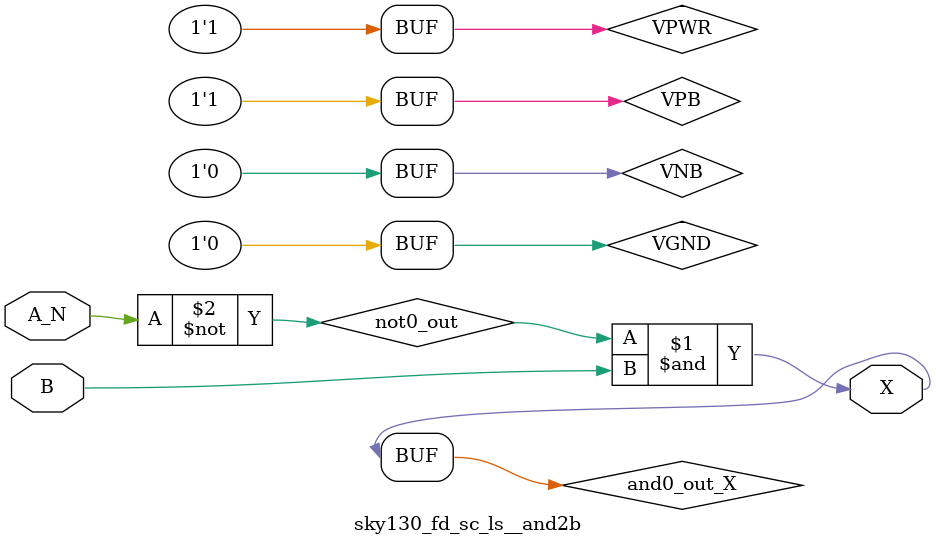
<source format=v>
/*
 * Copyright 2020 The SkyWater PDK Authors
 *
 * Licensed under the Apache License, Version 2.0 (the "License");
 * you may not use this file except in compliance with the License.
 * You may obtain a copy of the License at
 *
 *     https://www.apache.org/licenses/LICENSE-2.0
 *
 * Unless required by applicable law or agreed to in writing, software
 * distributed under the License is distributed on an "AS IS" BASIS,
 * WITHOUT WARRANTIES OR CONDITIONS OF ANY KIND, either express or implied.
 * See the License for the specific language governing permissions and
 * limitations under the License.
 *
 * SPDX-License-Identifier: Apache-2.0
*/


`ifndef SKY130_FD_SC_LS__AND2B_TIMING_V
`define SKY130_FD_SC_LS__AND2B_TIMING_V

/**
 * and2b: 2-input AND, first input inverted.
 *
 * Verilog simulation timing model.
 */

`timescale 1ns / 1ps
`default_nettype none

`celldefine
module sky130_fd_sc_ls__and2b (
    X  ,
    A_N,
    B
);

    // Module ports
    output X  ;
    input  A_N;
    input  B  ;

    // Module supplies
    supply1 VPWR;
    supply0 VGND;
    supply1 VPB ;
    supply0 VNB ;

    // Local signals
    wire not0_out  ;
    wire and0_out_X;

    //  Name  Output      Other arguments
    not not0 (not0_out  , A_N            );
    and and0 (and0_out_X, not0_out, B    );
    buf buf0 (X         , and0_out_X     );

endmodule
`endcelldefine

`default_nettype wire
`endif  // SKY130_FD_SC_LS__AND2B_TIMING_V

</source>
